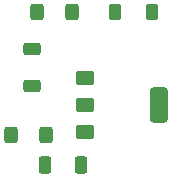
<source format=gtp>
G04 #@! TF.GenerationSoftware,KiCad,Pcbnew,9.0.1*
G04 #@! TF.CreationDate,2025-04-04T20:39:51+02:00*
G04 #@! TF.ProjectId,DistributedPulseModulation,44697374-7269-4627-9574-656450756c73,rev?*
G04 #@! TF.SameCoordinates,Original*
G04 #@! TF.FileFunction,Paste,Top*
G04 #@! TF.FilePolarity,Positive*
%FSLAX46Y46*%
G04 Gerber Fmt 4.6, Leading zero omitted, Abs format (unit mm)*
G04 Created by KiCad (PCBNEW 9.0.1) date 2025-04-04 20:39:51*
%MOMM*%
%LPD*%
G01*
G04 APERTURE LIST*
G04 Aperture macros list*
%AMRoundRect*
0 Rectangle with rounded corners*
0 $1 Rounding radius*
0 $2 $3 $4 $5 $6 $7 $8 $9 X,Y pos of 4 corners*
0 Add a 4 corners polygon primitive as box body*
4,1,4,$2,$3,$4,$5,$6,$7,$8,$9,$2,$3,0*
0 Add four circle primitives for the rounded corners*
1,1,$1+$1,$2,$3*
1,1,$1+$1,$4,$5*
1,1,$1+$1,$6,$7*
1,1,$1+$1,$8,$9*
0 Add four rect primitives between the rounded corners*
20,1,$1+$1,$2,$3,$4,$5,0*
20,1,$1+$1,$4,$5,$6,$7,0*
20,1,$1+$1,$6,$7,$8,$9,0*
20,1,$1+$1,$8,$9,$2,$3,0*%
G04 Aperture macros list end*
%ADD10RoundRect,0.200000X-0.330000X-0.520000X0.330000X-0.520000X0.330000X0.520000X-0.330000X0.520000X0*%
%ADD11RoundRect,0.200000X-0.370000X-0.500000X0.370000X-0.500000X0.370000X0.500000X-0.370000X0.500000X0*%
%ADD12RoundRect,0.300000X-0.500000X-0.300000X0.500000X-0.300000X0.500000X0.300000X-0.500000X0.300000X0*%
%ADD13RoundRect,0.400000X-0.400000X-1.120000X0.400000X-1.120000X0.400000X1.120000X-0.400000X1.120000X0*%
%ADD14RoundRect,0.200000X0.320000X0.500000X-0.320000X0.500000X-0.320000X-0.500000X0.320000X-0.500000X0*%
%ADD15RoundRect,0.200000X-0.520000X0.330000X-0.520000X-0.330000X0.520000X-0.330000X0.520000X0.330000X0*%
G04 APERTURE END LIST*
D10*
X88246648Y-130175000D03*
X91371648Y-130175000D03*
D11*
X85394625Y-127588562D03*
X88369625Y-127588562D03*
D12*
X91664625Y-122748562D03*
X91664625Y-125048562D03*
D13*
X97964625Y-125048562D03*
D12*
X91664625Y-127348562D03*
D14*
X97304625Y-117188562D03*
X94204625Y-117188562D03*
D11*
X87637125Y-117188562D03*
X90612125Y-117188562D03*
D15*
X87194625Y-120311062D03*
X87194625Y-123436062D03*
M02*

</source>
